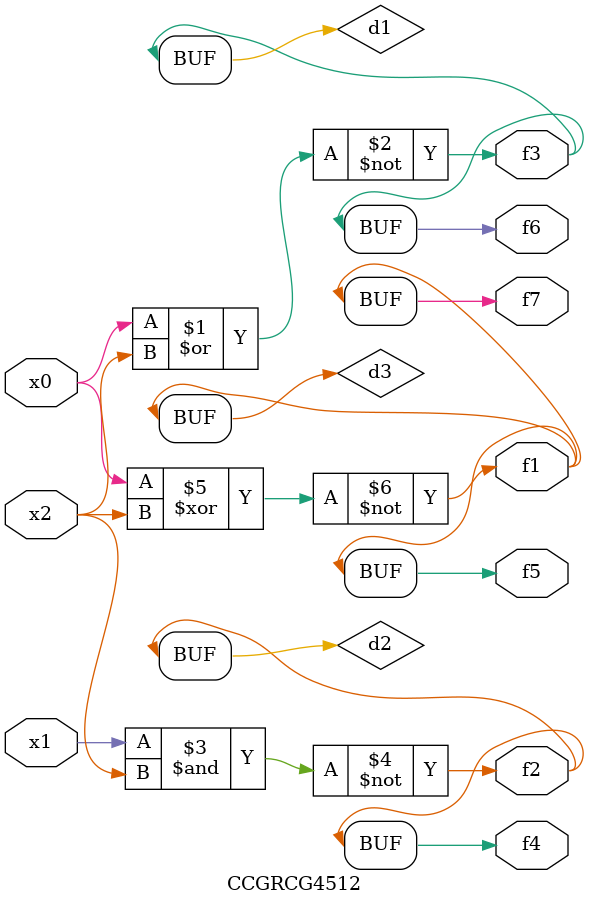
<source format=v>
module CCGRCG4512(
	input x0, x1, x2,
	output f1, f2, f3, f4, f5, f6, f7
);

	wire d1, d2, d3;

	nor (d1, x0, x2);
	nand (d2, x1, x2);
	xnor (d3, x0, x2);
	assign f1 = d3;
	assign f2 = d2;
	assign f3 = d1;
	assign f4 = d2;
	assign f5 = d3;
	assign f6 = d1;
	assign f7 = d3;
endmodule

</source>
